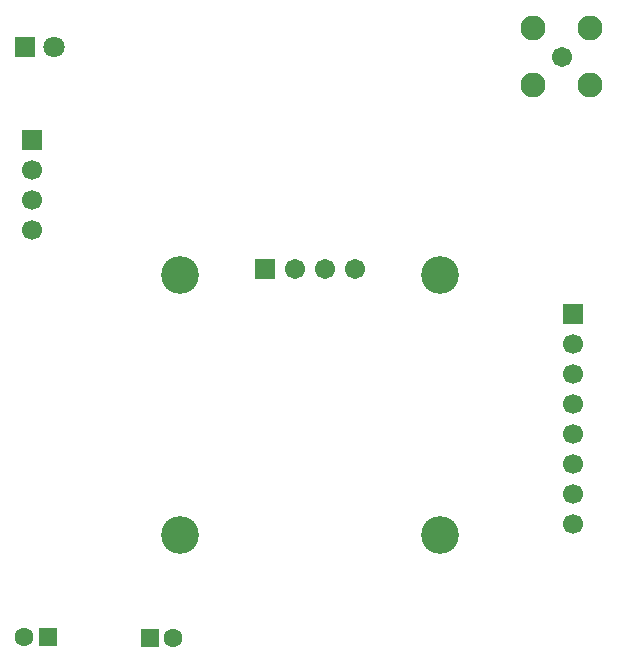
<source format=gbr>
%TF.GenerationSoftware,KiCad,Pcbnew,9.0.3*%
%TF.CreationDate,2025-07-13T04:30:13+05:30*%
%TF.ProjectId,Smart_Env_Monitoring_Node,536d6172-745f-4456-9e76-5f4d6f6e6974,rev?*%
%TF.SameCoordinates,Original*%
%TF.FileFunction,Soldermask,Bot*%
%TF.FilePolarity,Negative*%
%FSLAX46Y46*%
G04 Gerber Fmt 4.6, Leading zero omitted, Abs format (unit mm)*
G04 Created by KiCad (PCBNEW 9.0.3) date 2025-07-13 04:30:13*
%MOMM*%
%LPD*%
G01*
G04 APERTURE LIST*
G04 Aperture macros list*
%AMRoundRect*
0 Rectangle with rounded corners*
0 $1 Rounding radius*
0 $2 $3 $4 $5 $6 $7 $8 $9 X,Y pos of 4 corners*
0 Add a 4 corners polygon primitive as box body*
4,1,4,$2,$3,$4,$5,$6,$7,$8,$9,$2,$3,0*
0 Add four circle primitives for the rounded corners*
1,1,$1+$1,$2,$3*
1,1,$1+$1,$4,$5*
1,1,$1+$1,$6,$7*
1,1,$1+$1,$8,$9*
0 Add four rect primitives between the rounded corners*
20,1,$1+$1,$2,$3,$4,$5,0*
20,1,$1+$1,$4,$5,$6,$7,0*
20,1,$1+$1,$6,$7,$8,$9,0*
20,1,$1+$1,$8,$9,$2,$3,0*%
G04 Aperture macros list end*
%ADD10R,1.700000X1.700000*%
%ADD11C,1.700000*%
%ADD12R,1.800000X1.800000*%
%ADD13C,1.800000*%
%ADD14C,1.712000*%
%ADD15C,2.124000*%
%ADD16RoundRect,0.102000X-0.754000X-0.754000X0.754000X-0.754000X0.754000X0.754000X-0.754000X0.754000X0*%
%ADD17C,3.204000*%
%ADD18RoundRect,0.250000X0.550000X0.550000X-0.550000X0.550000X-0.550000X-0.550000X0.550000X-0.550000X0*%
%ADD19C,1.600000*%
%ADD20RoundRect,0.250000X-0.550000X-0.550000X0.550000X-0.550000X0.550000X0.550000X-0.550000X0.550000X0*%
G04 APERTURE END LIST*
D10*
%TO.C,J2*%
X159020000Y-105550000D03*
D11*
X159020000Y-108090000D03*
X159020000Y-110630000D03*
X159020000Y-113170000D03*
X159020000Y-115710000D03*
X159020000Y-118250000D03*
X159020000Y-120790000D03*
X159020000Y-123330000D03*
%TD*%
D12*
%TO.C,D1*%
X112650000Y-83000000D03*
D13*
X115050000Y-82980000D03*
%TD*%
D10*
%TO.C,J3*%
X113185000Y-90840000D03*
D11*
X113185000Y-93380000D03*
X113185000Y-95920000D03*
X113185000Y-98460000D03*
%TD*%
D14*
%TO.C,J4*%
X158070000Y-83790000D03*
D15*
X155670000Y-81390000D03*
X155670000Y-86190000D03*
X160470000Y-86190000D03*
X160470000Y-81390000D03*
%TD*%
D16*
%TO.C,U5*%
X132960000Y-101770000D03*
D14*
X135500000Y-101770000D03*
X138040000Y-101770000D03*
X140580000Y-101770000D03*
D17*
X125770000Y-102270000D03*
X147770000Y-102270000D03*
X147770000Y-124270000D03*
X125770000Y-124270000D03*
%TD*%
D18*
%TO.C,C1*%
X114570000Y-132920000D03*
D19*
X112570000Y-132920000D03*
%TD*%
D20*
%TO.C,C2*%
X123180000Y-133000000D03*
D19*
X125180000Y-133000000D03*
%TD*%
M02*

</source>
